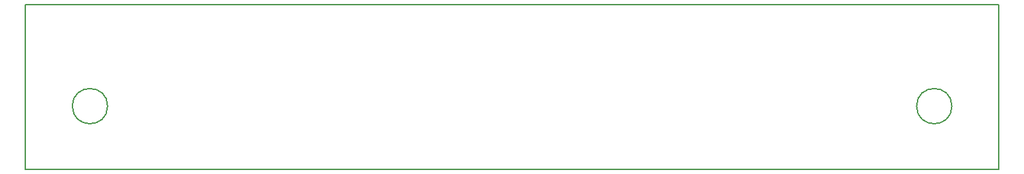
<source format=gbr>
%TF.GenerationSoftware,KiCad,Pcbnew,(5.1.6)-1*%
%TF.CreationDate,2020-11-25T18:04:35+11:00*%
%TF.ProjectId,Left Circuit Breaker PCB V1,4c656674-2043-4697-9263-756974204272,rev?*%
%TF.SameCoordinates,Original*%
%TF.FileFunction,Profile,NP*%
%FSLAX46Y46*%
G04 Gerber Fmt 4.6, Leading zero omitted, Abs format (unit mm)*
G04 Created by KiCad (PCBNEW (5.1.6)-1) date 2020-11-25 18:04:35*
%MOMM*%
%LPD*%
G01*
G04 APERTURE LIST*
%TA.AperFunction,Profile*%
%ADD10C,0.200000*%
%TD*%
G04 APERTURE END LIST*
D10*
X88011000Y-75005601D02*
X212011000Y-75005601D01*
X88011000Y-54000000D02*
X88011000Y-75005601D01*
X212011000Y-75005601D02*
X212011000Y-54000000D01*
X206010996Y-66950049D02*
G75*
G03*
X206010996Y-66950049I-2250000J0D01*
G01*
X212011000Y-54000000D02*
X88011000Y-54000000D01*
X98510996Y-66950049D02*
G75*
G03*
X98510996Y-66950049I-2250000J0D01*
G01*
M02*

</source>
